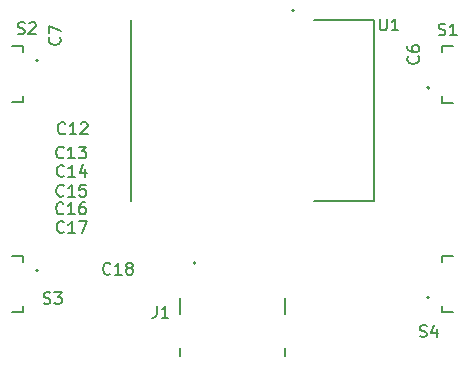
<source format=gto>
%TF.GenerationSoftware,KiCad,Pcbnew,9.0.7*%
%TF.CreationDate,2026-02-16T08:00:12+01:00*%
%TF.ProjectId,misfits,6d697366-6974-4732-9e6b-696361645f70,1*%
%TF.SameCoordinates,Original*%
%TF.FileFunction,Legend,Top*%
%TF.FilePolarity,Positive*%
%FSLAX46Y46*%
G04 Gerber Fmt 4.6, Leading zero omitted, Abs format (unit mm)*
G04 Created by KiCad (PCBNEW 9.0.7) date 2026-02-16 08:00:12*
%MOMM*%
%LPD*%
G01*
G04 APERTURE LIST*
%ADD10C,0.200000*%
%ADD11C,0.127000*%
G04 APERTURE END LIST*
D10*
X165848095Y-107884600D02*
X165990952Y-107932219D01*
X165990952Y-107932219D02*
X166229047Y-107932219D01*
X166229047Y-107932219D02*
X166324285Y-107884600D01*
X166324285Y-107884600D02*
X166371904Y-107836980D01*
X166371904Y-107836980D02*
X166419523Y-107741742D01*
X166419523Y-107741742D02*
X166419523Y-107646504D01*
X166419523Y-107646504D02*
X166371904Y-107551266D01*
X166371904Y-107551266D02*
X166324285Y-107503647D01*
X166324285Y-107503647D02*
X166229047Y-107456028D01*
X166229047Y-107456028D02*
X166038571Y-107408409D01*
X166038571Y-107408409D02*
X165943333Y-107360790D01*
X165943333Y-107360790D02*
X165895714Y-107313171D01*
X165895714Y-107313171D02*
X165848095Y-107217933D01*
X165848095Y-107217933D02*
X165848095Y-107122695D01*
X165848095Y-107122695D02*
X165895714Y-107027457D01*
X165895714Y-107027457D02*
X165943333Y-106979838D01*
X165943333Y-106979838D02*
X166038571Y-106932219D01*
X166038571Y-106932219D02*
X166276666Y-106932219D01*
X166276666Y-106932219D02*
X166419523Y-106979838D01*
X167276666Y-107265552D02*
X167276666Y-107932219D01*
X167038571Y-106884600D02*
X166800476Y-107598885D01*
X166800476Y-107598885D02*
X167419523Y-107598885D01*
X133998095Y-105084600D02*
X134140952Y-105132219D01*
X134140952Y-105132219D02*
X134379047Y-105132219D01*
X134379047Y-105132219D02*
X134474285Y-105084600D01*
X134474285Y-105084600D02*
X134521904Y-105036980D01*
X134521904Y-105036980D02*
X134569523Y-104941742D01*
X134569523Y-104941742D02*
X134569523Y-104846504D01*
X134569523Y-104846504D02*
X134521904Y-104751266D01*
X134521904Y-104751266D02*
X134474285Y-104703647D01*
X134474285Y-104703647D02*
X134379047Y-104656028D01*
X134379047Y-104656028D02*
X134188571Y-104608409D01*
X134188571Y-104608409D02*
X134093333Y-104560790D01*
X134093333Y-104560790D02*
X134045714Y-104513171D01*
X134045714Y-104513171D02*
X133998095Y-104417933D01*
X133998095Y-104417933D02*
X133998095Y-104322695D01*
X133998095Y-104322695D02*
X134045714Y-104227457D01*
X134045714Y-104227457D02*
X134093333Y-104179838D01*
X134093333Y-104179838D02*
X134188571Y-104132219D01*
X134188571Y-104132219D02*
X134426666Y-104132219D01*
X134426666Y-104132219D02*
X134569523Y-104179838D01*
X134902857Y-104132219D02*
X135521904Y-104132219D01*
X135521904Y-104132219D02*
X135188571Y-104513171D01*
X135188571Y-104513171D02*
X135331428Y-104513171D01*
X135331428Y-104513171D02*
X135426666Y-104560790D01*
X135426666Y-104560790D02*
X135474285Y-104608409D01*
X135474285Y-104608409D02*
X135521904Y-104703647D01*
X135521904Y-104703647D02*
X135521904Y-104941742D01*
X135521904Y-104941742D02*
X135474285Y-105036980D01*
X135474285Y-105036980D02*
X135426666Y-105084600D01*
X135426666Y-105084600D02*
X135331428Y-105132219D01*
X135331428Y-105132219D02*
X135045714Y-105132219D01*
X135045714Y-105132219D02*
X134950476Y-105084600D01*
X134950476Y-105084600D02*
X134902857Y-105036980D01*
X135717142Y-94276980D02*
X135669523Y-94324600D01*
X135669523Y-94324600D02*
X135526666Y-94372219D01*
X135526666Y-94372219D02*
X135431428Y-94372219D01*
X135431428Y-94372219D02*
X135288571Y-94324600D01*
X135288571Y-94324600D02*
X135193333Y-94229361D01*
X135193333Y-94229361D02*
X135145714Y-94134123D01*
X135145714Y-94134123D02*
X135098095Y-93943647D01*
X135098095Y-93943647D02*
X135098095Y-93800790D01*
X135098095Y-93800790D02*
X135145714Y-93610314D01*
X135145714Y-93610314D02*
X135193333Y-93515076D01*
X135193333Y-93515076D02*
X135288571Y-93419838D01*
X135288571Y-93419838D02*
X135431428Y-93372219D01*
X135431428Y-93372219D02*
X135526666Y-93372219D01*
X135526666Y-93372219D02*
X135669523Y-93419838D01*
X135669523Y-93419838D02*
X135717142Y-93467457D01*
X136669523Y-94372219D02*
X136098095Y-94372219D01*
X136383809Y-94372219D02*
X136383809Y-93372219D01*
X136383809Y-93372219D02*
X136288571Y-93515076D01*
X136288571Y-93515076D02*
X136193333Y-93610314D01*
X136193333Y-93610314D02*
X136098095Y-93657933D01*
X137526666Y-93705552D02*
X137526666Y-94372219D01*
X137288571Y-93324600D02*
X137050476Y-94038885D01*
X137050476Y-94038885D02*
X137669523Y-94038885D01*
X135707142Y-99036980D02*
X135659523Y-99084600D01*
X135659523Y-99084600D02*
X135516666Y-99132219D01*
X135516666Y-99132219D02*
X135421428Y-99132219D01*
X135421428Y-99132219D02*
X135278571Y-99084600D01*
X135278571Y-99084600D02*
X135183333Y-98989361D01*
X135183333Y-98989361D02*
X135135714Y-98894123D01*
X135135714Y-98894123D02*
X135088095Y-98703647D01*
X135088095Y-98703647D02*
X135088095Y-98560790D01*
X135088095Y-98560790D02*
X135135714Y-98370314D01*
X135135714Y-98370314D02*
X135183333Y-98275076D01*
X135183333Y-98275076D02*
X135278571Y-98179838D01*
X135278571Y-98179838D02*
X135421428Y-98132219D01*
X135421428Y-98132219D02*
X135516666Y-98132219D01*
X135516666Y-98132219D02*
X135659523Y-98179838D01*
X135659523Y-98179838D02*
X135707142Y-98227457D01*
X136659523Y-99132219D02*
X136088095Y-99132219D01*
X136373809Y-99132219D02*
X136373809Y-98132219D01*
X136373809Y-98132219D02*
X136278571Y-98275076D01*
X136278571Y-98275076D02*
X136183333Y-98370314D01*
X136183333Y-98370314D02*
X136088095Y-98417933D01*
X136992857Y-98132219D02*
X137659523Y-98132219D01*
X137659523Y-98132219D02*
X137230952Y-99132219D01*
X162468095Y-80982219D02*
X162468095Y-81791742D01*
X162468095Y-81791742D02*
X162515714Y-81886980D01*
X162515714Y-81886980D02*
X162563333Y-81934600D01*
X162563333Y-81934600D02*
X162658571Y-81982219D01*
X162658571Y-81982219D02*
X162849047Y-81982219D01*
X162849047Y-81982219D02*
X162944285Y-81934600D01*
X162944285Y-81934600D02*
X162991904Y-81886980D01*
X162991904Y-81886980D02*
X163039523Y-81791742D01*
X163039523Y-81791742D02*
X163039523Y-80982219D01*
X164039523Y-81982219D02*
X163468095Y-81982219D01*
X163753809Y-81982219D02*
X163753809Y-80982219D01*
X163753809Y-80982219D02*
X163658571Y-81125076D01*
X163658571Y-81125076D02*
X163563333Y-81220314D01*
X163563333Y-81220314D02*
X163468095Y-81267933D01*
X135697142Y-95956980D02*
X135649523Y-96004600D01*
X135649523Y-96004600D02*
X135506666Y-96052219D01*
X135506666Y-96052219D02*
X135411428Y-96052219D01*
X135411428Y-96052219D02*
X135268571Y-96004600D01*
X135268571Y-96004600D02*
X135173333Y-95909361D01*
X135173333Y-95909361D02*
X135125714Y-95814123D01*
X135125714Y-95814123D02*
X135078095Y-95623647D01*
X135078095Y-95623647D02*
X135078095Y-95480790D01*
X135078095Y-95480790D02*
X135125714Y-95290314D01*
X135125714Y-95290314D02*
X135173333Y-95195076D01*
X135173333Y-95195076D02*
X135268571Y-95099838D01*
X135268571Y-95099838D02*
X135411428Y-95052219D01*
X135411428Y-95052219D02*
X135506666Y-95052219D01*
X135506666Y-95052219D02*
X135649523Y-95099838D01*
X135649523Y-95099838D02*
X135697142Y-95147457D01*
X136649523Y-96052219D02*
X136078095Y-96052219D01*
X136363809Y-96052219D02*
X136363809Y-95052219D01*
X136363809Y-95052219D02*
X136268571Y-95195076D01*
X136268571Y-95195076D02*
X136173333Y-95290314D01*
X136173333Y-95290314D02*
X136078095Y-95337933D01*
X137554285Y-95052219D02*
X137078095Y-95052219D01*
X137078095Y-95052219D02*
X137030476Y-95528409D01*
X137030476Y-95528409D02*
X137078095Y-95480790D01*
X137078095Y-95480790D02*
X137173333Y-95433171D01*
X137173333Y-95433171D02*
X137411428Y-95433171D01*
X137411428Y-95433171D02*
X137506666Y-95480790D01*
X137506666Y-95480790D02*
X137554285Y-95528409D01*
X137554285Y-95528409D02*
X137601904Y-95623647D01*
X137601904Y-95623647D02*
X137601904Y-95861742D01*
X137601904Y-95861742D02*
X137554285Y-95956980D01*
X137554285Y-95956980D02*
X137506666Y-96004600D01*
X137506666Y-96004600D02*
X137411428Y-96052219D01*
X137411428Y-96052219D02*
X137173333Y-96052219D01*
X137173333Y-96052219D02*
X137078095Y-96004600D01*
X137078095Y-96004600D02*
X137030476Y-95956980D01*
X135817142Y-90676980D02*
X135769523Y-90724600D01*
X135769523Y-90724600D02*
X135626666Y-90772219D01*
X135626666Y-90772219D02*
X135531428Y-90772219D01*
X135531428Y-90772219D02*
X135388571Y-90724600D01*
X135388571Y-90724600D02*
X135293333Y-90629361D01*
X135293333Y-90629361D02*
X135245714Y-90534123D01*
X135245714Y-90534123D02*
X135198095Y-90343647D01*
X135198095Y-90343647D02*
X135198095Y-90200790D01*
X135198095Y-90200790D02*
X135245714Y-90010314D01*
X135245714Y-90010314D02*
X135293333Y-89915076D01*
X135293333Y-89915076D02*
X135388571Y-89819838D01*
X135388571Y-89819838D02*
X135531428Y-89772219D01*
X135531428Y-89772219D02*
X135626666Y-89772219D01*
X135626666Y-89772219D02*
X135769523Y-89819838D01*
X135769523Y-89819838D02*
X135817142Y-89867457D01*
X136769523Y-90772219D02*
X136198095Y-90772219D01*
X136483809Y-90772219D02*
X136483809Y-89772219D01*
X136483809Y-89772219D02*
X136388571Y-89915076D01*
X136388571Y-89915076D02*
X136293333Y-90010314D01*
X136293333Y-90010314D02*
X136198095Y-90057933D01*
X137150476Y-89867457D02*
X137198095Y-89819838D01*
X137198095Y-89819838D02*
X137293333Y-89772219D01*
X137293333Y-89772219D02*
X137531428Y-89772219D01*
X137531428Y-89772219D02*
X137626666Y-89819838D01*
X137626666Y-89819838D02*
X137674285Y-89867457D01*
X137674285Y-89867457D02*
X137721904Y-89962695D01*
X137721904Y-89962695D02*
X137721904Y-90057933D01*
X137721904Y-90057933D02*
X137674285Y-90200790D01*
X137674285Y-90200790D02*
X137102857Y-90772219D01*
X137102857Y-90772219D02*
X137721904Y-90772219D01*
X131808095Y-82244600D02*
X131950952Y-82292219D01*
X131950952Y-82292219D02*
X132189047Y-82292219D01*
X132189047Y-82292219D02*
X132284285Y-82244600D01*
X132284285Y-82244600D02*
X132331904Y-82196980D01*
X132331904Y-82196980D02*
X132379523Y-82101742D01*
X132379523Y-82101742D02*
X132379523Y-82006504D01*
X132379523Y-82006504D02*
X132331904Y-81911266D01*
X132331904Y-81911266D02*
X132284285Y-81863647D01*
X132284285Y-81863647D02*
X132189047Y-81816028D01*
X132189047Y-81816028D02*
X131998571Y-81768409D01*
X131998571Y-81768409D02*
X131903333Y-81720790D01*
X131903333Y-81720790D02*
X131855714Y-81673171D01*
X131855714Y-81673171D02*
X131808095Y-81577933D01*
X131808095Y-81577933D02*
X131808095Y-81482695D01*
X131808095Y-81482695D02*
X131855714Y-81387457D01*
X131855714Y-81387457D02*
X131903333Y-81339838D01*
X131903333Y-81339838D02*
X131998571Y-81292219D01*
X131998571Y-81292219D02*
X132236666Y-81292219D01*
X132236666Y-81292219D02*
X132379523Y-81339838D01*
X132760476Y-81387457D02*
X132808095Y-81339838D01*
X132808095Y-81339838D02*
X132903333Y-81292219D01*
X132903333Y-81292219D02*
X133141428Y-81292219D01*
X133141428Y-81292219D02*
X133236666Y-81339838D01*
X133236666Y-81339838D02*
X133284285Y-81387457D01*
X133284285Y-81387457D02*
X133331904Y-81482695D01*
X133331904Y-81482695D02*
X133331904Y-81577933D01*
X133331904Y-81577933D02*
X133284285Y-81720790D01*
X133284285Y-81720790D02*
X132712857Y-82292219D01*
X132712857Y-82292219D02*
X133331904Y-82292219D01*
X135667142Y-97456980D02*
X135619523Y-97504600D01*
X135619523Y-97504600D02*
X135476666Y-97552219D01*
X135476666Y-97552219D02*
X135381428Y-97552219D01*
X135381428Y-97552219D02*
X135238571Y-97504600D01*
X135238571Y-97504600D02*
X135143333Y-97409361D01*
X135143333Y-97409361D02*
X135095714Y-97314123D01*
X135095714Y-97314123D02*
X135048095Y-97123647D01*
X135048095Y-97123647D02*
X135048095Y-96980790D01*
X135048095Y-96980790D02*
X135095714Y-96790314D01*
X135095714Y-96790314D02*
X135143333Y-96695076D01*
X135143333Y-96695076D02*
X135238571Y-96599838D01*
X135238571Y-96599838D02*
X135381428Y-96552219D01*
X135381428Y-96552219D02*
X135476666Y-96552219D01*
X135476666Y-96552219D02*
X135619523Y-96599838D01*
X135619523Y-96599838D02*
X135667142Y-96647457D01*
X136619523Y-97552219D02*
X136048095Y-97552219D01*
X136333809Y-97552219D02*
X136333809Y-96552219D01*
X136333809Y-96552219D02*
X136238571Y-96695076D01*
X136238571Y-96695076D02*
X136143333Y-96790314D01*
X136143333Y-96790314D02*
X136048095Y-96837933D01*
X137476666Y-96552219D02*
X137286190Y-96552219D01*
X137286190Y-96552219D02*
X137190952Y-96599838D01*
X137190952Y-96599838D02*
X137143333Y-96647457D01*
X137143333Y-96647457D02*
X137048095Y-96790314D01*
X137048095Y-96790314D02*
X137000476Y-96980790D01*
X137000476Y-96980790D02*
X137000476Y-97361742D01*
X137000476Y-97361742D02*
X137048095Y-97456980D01*
X137048095Y-97456980D02*
X137095714Y-97504600D01*
X137095714Y-97504600D02*
X137190952Y-97552219D01*
X137190952Y-97552219D02*
X137381428Y-97552219D01*
X137381428Y-97552219D02*
X137476666Y-97504600D01*
X137476666Y-97504600D02*
X137524285Y-97456980D01*
X137524285Y-97456980D02*
X137571904Y-97361742D01*
X137571904Y-97361742D02*
X137571904Y-97123647D01*
X137571904Y-97123647D02*
X137524285Y-97028409D01*
X137524285Y-97028409D02*
X137476666Y-96980790D01*
X137476666Y-96980790D02*
X137381428Y-96933171D01*
X137381428Y-96933171D02*
X137190952Y-96933171D01*
X137190952Y-96933171D02*
X137095714Y-96980790D01*
X137095714Y-96980790D02*
X137048095Y-97028409D01*
X137048095Y-97028409D02*
X137000476Y-97123647D01*
X135346980Y-82566666D02*
X135394600Y-82614285D01*
X135394600Y-82614285D02*
X135442219Y-82757142D01*
X135442219Y-82757142D02*
X135442219Y-82852380D01*
X135442219Y-82852380D02*
X135394600Y-82995237D01*
X135394600Y-82995237D02*
X135299361Y-83090475D01*
X135299361Y-83090475D02*
X135204123Y-83138094D01*
X135204123Y-83138094D02*
X135013647Y-83185713D01*
X135013647Y-83185713D02*
X134870790Y-83185713D01*
X134870790Y-83185713D02*
X134680314Y-83138094D01*
X134680314Y-83138094D02*
X134585076Y-83090475D01*
X134585076Y-83090475D02*
X134489838Y-82995237D01*
X134489838Y-82995237D02*
X134442219Y-82852380D01*
X134442219Y-82852380D02*
X134442219Y-82757142D01*
X134442219Y-82757142D02*
X134489838Y-82614285D01*
X134489838Y-82614285D02*
X134537457Y-82566666D01*
X134442219Y-82233332D02*
X134442219Y-81566666D01*
X134442219Y-81566666D02*
X135442219Y-81995237D01*
X167438095Y-82354600D02*
X167580952Y-82402219D01*
X167580952Y-82402219D02*
X167819047Y-82402219D01*
X167819047Y-82402219D02*
X167914285Y-82354600D01*
X167914285Y-82354600D02*
X167961904Y-82306980D01*
X167961904Y-82306980D02*
X168009523Y-82211742D01*
X168009523Y-82211742D02*
X168009523Y-82116504D01*
X168009523Y-82116504D02*
X167961904Y-82021266D01*
X167961904Y-82021266D02*
X167914285Y-81973647D01*
X167914285Y-81973647D02*
X167819047Y-81926028D01*
X167819047Y-81926028D02*
X167628571Y-81878409D01*
X167628571Y-81878409D02*
X167533333Y-81830790D01*
X167533333Y-81830790D02*
X167485714Y-81783171D01*
X167485714Y-81783171D02*
X167438095Y-81687933D01*
X167438095Y-81687933D02*
X167438095Y-81592695D01*
X167438095Y-81592695D02*
X167485714Y-81497457D01*
X167485714Y-81497457D02*
X167533333Y-81449838D01*
X167533333Y-81449838D02*
X167628571Y-81402219D01*
X167628571Y-81402219D02*
X167866666Y-81402219D01*
X167866666Y-81402219D02*
X168009523Y-81449838D01*
X168961904Y-82402219D02*
X168390476Y-82402219D01*
X168676190Y-82402219D02*
X168676190Y-81402219D01*
X168676190Y-81402219D02*
X168580952Y-81545076D01*
X168580952Y-81545076D02*
X168485714Y-81640314D01*
X168485714Y-81640314D02*
X168390476Y-81687933D01*
X135687142Y-92716980D02*
X135639523Y-92764600D01*
X135639523Y-92764600D02*
X135496666Y-92812219D01*
X135496666Y-92812219D02*
X135401428Y-92812219D01*
X135401428Y-92812219D02*
X135258571Y-92764600D01*
X135258571Y-92764600D02*
X135163333Y-92669361D01*
X135163333Y-92669361D02*
X135115714Y-92574123D01*
X135115714Y-92574123D02*
X135068095Y-92383647D01*
X135068095Y-92383647D02*
X135068095Y-92240790D01*
X135068095Y-92240790D02*
X135115714Y-92050314D01*
X135115714Y-92050314D02*
X135163333Y-91955076D01*
X135163333Y-91955076D02*
X135258571Y-91859838D01*
X135258571Y-91859838D02*
X135401428Y-91812219D01*
X135401428Y-91812219D02*
X135496666Y-91812219D01*
X135496666Y-91812219D02*
X135639523Y-91859838D01*
X135639523Y-91859838D02*
X135687142Y-91907457D01*
X136639523Y-92812219D02*
X136068095Y-92812219D01*
X136353809Y-92812219D02*
X136353809Y-91812219D01*
X136353809Y-91812219D02*
X136258571Y-91955076D01*
X136258571Y-91955076D02*
X136163333Y-92050314D01*
X136163333Y-92050314D02*
X136068095Y-92097933D01*
X136972857Y-91812219D02*
X137591904Y-91812219D01*
X137591904Y-91812219D02*
X137258571Y-92193171D01*
X137258571Y-92193171D02*
X137401428Y-92193171D01*
X137401428Y-92193171D02*
X137496666Y-92240790D01*
X137496666Y-92240790D02*
X137544285Y-92288409D01*
X137544285Y-92288409D02*
X137591904Y-92383647D01*
X137591904Y-92383647D02*
X137591904Y-92621742D01*
X137591904Y-92621742D02*
X137544285Y-92716980D01*
X137544285Y-92716980D02*
X137496666Y-92764600D01*
X137496666Y-92764600D02*
X137401428Y-92812219D01*
X137401428Y-92812219D02*
X137115714Y-92812219D01*
X137115714Y-92812219D02*
X137020476Y-92764600D01*
X137020476Y-92764600D02*
X136972857Y-92716980D01*
X143556666Y-105302219D02*
X143556666Y-106016504D01*
X143556666Y-106016504D02*
X143509047Y-106159361D01*
X143509047Y-106159361D02*
X143413809Y-106254600D01*
X143413809Y-106254600D02*
X143270952Y-106302219D01*
X143270952Y-106302219D02*
X143175714Y-106302219D01*
X144556666Y-106302219D02*
X143985238Y-106302219D01*
X144270952Y-106302219D02*
X144270952Y-105302219D01*
X144270952Y-105302219D02*
X144175714Y-105445076D01*
X144175714Y-105445076D02*
X144080476Y-105540314D01*
X144080476Y-105540314D02*
X143985238Y-105587933D01*
X165686980Y-84176666D02*
X165734600Y-84224285D01*
X165734600Y-84224285D02*
X165782219Y-84367142D01*
X165782219Y-84367142D02*
X165782219Y-84462380D01*
X165782219Y-84462380D02*
X165734600Y-84605237D01*
X165734600Y-84605237D02*
X165639361Y-84700475D01*
X165639361Y-84700475D02*
X165544123Y-84748094D01*
X165544123Y-84748094D02*
X165353647Y-84795713D01*
X165353647Y-84795713D02*
X165210790Y-84795713D01*
X165210790Y-84795713D02*
X165020314Y-84748094D01*
X165020314Y-84748094D02*
X164925076Y-84700475D01*
X164925076Y-84700475D02*
X164829838Y-84605237D01*
X164829838Y-84605237D02*
X164782219Y-84462380D01*
X164782219Y-84462380D02*
X164782219Y-84367142D01*
X164782219Y-84367142D02*
X164829838Y-84224285D01*
X164829838Y-84224285D02*
X164877457Y-84176666D01*
X164782219Y-83319523D02*
X164782219Y-83509999D01*
X164782219Y-83509999D02*
X164829838Y-83605237D01*
X164829838Y-83605237D02*
X164877457Y-83652856D01*
X164877457Y-83652856D02*
X165020314Y-83748094D01*
X165020314Y-83748094D02*
X165210790Y-83795713D01*
X165210790Y-83795713D02*
X165591742Y-83795713D01*
X165591742Y-83795713D02*
X165686980Y-83748094D01*
X165686980Y-83748094D02*
X165734600Y-83700475D01*
X165734600Y-83700475D02*
X165782219Y-83605237D01*
X165782219Y-83605237D02*
X165782219Y-83414761D01*
X165782219Y-83414761D02*
X165734600Y-83319523D01*
X165734600Y-83319523D02*
X165686980Y-83271904D01*
X165686980Y-83271904D02*
X165591742Y-83224285D01*
X165591742Y-83224285D02*
X165353647Y-83224285D01*
X165353647Y-83224285D02*
X165258409Y-83271904D01*
X165258409Y-83271904D02*
X165210790Y-83319523D01*
X165210790Y-83319523D02*
X165163171Y-83414761D01*
X165163171Y-83414761D02*
X165163171Y-83605237D01*
X165163171Y-83605237D02*
X165210790Y-83700475D01*
X165210790Y-83700475D02*
X165258409Y-83748094D01*
X165258409Y-83748094D02*
X165353647Y-83795713D01*
X139647142Y-102566980D02*
X139599523Y-102614600D01*
X139599523Y-102614600D02*
X139456666Y-102662219D01*
X139456666Y-102662219D02*
X139361428Y-102662219D01*
X139361428Y-102662219D02*
X139218571Y-102614600D01*
X139218571Y-102614600D02*
X139123333Y-102519361D01*
X139123333Y-102519361D02*
X139075714Y-102424123D01*
X139075714Y-102424123D02*
X139028095Y-102233647D01*
X139028095Y-102233647D02*
X139028095Y-102090790D01*
X139028095Y-102090790D02*
X139075714Y-101900314D01*
X139075714Y-101900314D02*
X139123333Y-101805076D01*
X139123333Y-101805076D02*
X139218571Y-101709838D01*
X139218571Y-101709838D02*
X139361428Y-101662219D01*
X139361428Y-101662219D02*
X139456666Y-101662219D01*
X139456666Y-101662219D02*
X139599523Y-101709838D01*
X139599523Y-101709838D02*
X139647142Y-101757457D01*
X140599523Y-102662219D02*
X140028095Y-102662219D01*
X140313809Y-102662219D02*
X140313809Y-101662219D01*
X140313809Y-101662219D02*
X140218571Y-101805076D01*
X140218571Y-101805076D02*
X140123333Y-101900314D01*
X140123333Y-101900314D02*
X140028095Y-101947933D01*
X141170952Y-102090790D02*
X141075714Y-102043171D01*
X141075714Y-102043171D02*
X141028095Y-101995552D01*
X141028095Y-101995552D02*
X140980476Y-101900314D01*
X140980476Y-101900314D02*
X140980476Y-101852695D01*
X140980476Y-101852695D02*
X141028095Y-101757457D01*
X141028095Y-101757457D02*
X141075714Y-101709838D01*
X141075714Y-101709838D02*
X141170952Y-101662219D01*
X141170952Y-101662219D02*
X141361428Y-101662219D01*
X141361428Y-101662219D02*
X141456666Y-101709838D01*
X141456666Y-101709838D02*
X141504285Y-101757457D01*
X141504285Y-101757457D02*
X141551904Y-101852695D01*
X141551904Y-101852695D02*
X141551904Y-101900314D01*
X141551904Y-101900314D02*
X141504285Y-101995552D01*
X141504285Y-101995552D02*
X141456666Y-102043171D01*
X141456666Y-102043171D02*
X141361428Y-102090790D01*
X141361428Y-102090790D02*
X141170952Y-102090790D01*
X141170952Y-102090790D02*
X141075714Y-102138409D01*
X141075714Y-102138409D02*
X141028095Y-102186028D01*
X141028095Y-102186028D02*
X140980476Y-102281266D01*
X140980476Y-102281266D02*
X140980476Y-102471742D01*
X140980476Y-102471742D02*
X141028095Y-102566980D01*
X141028095Y-102566980D02*
X141075714Y-102614600D01*
X141075714Y-102614600D02*
X141170952Y-102662219D01*
X141170952Y-102662219D02*
X141361428Y-102662219D01*
X141361428Y-102662219D02*
X141456666Y-102614600D01*
X141456666Y-102614600D02*
X141504285Y-102566980D01*
X141504285Y-102566980D02*
X141551904Y-102471742D01*
X141551904Y-102471742D02*
X141551904Y-102281266D01*
X141551904Y-102281266D02*
X141504285Y-102186028D01*
X141504285Y-102186028D02*
X141456666Y-102138409D01*
X141456666Y-102138409D02*
X141361428Y-102090790D01*
D11*
%TO.C,S4*%
X167740000Y-101590000D02*
X167740000Y-101060000D01*
X167740000Y-105860000D02*
X167740000Y-105330000D01*
X168670000Y-101060000D02*
X167740000Y-101060000D01*
X168670000Y-105860000D02*
X167740000Y-105860000D01*
D10*
X166640000Y-104610000D02*
G75*
G02*
X166440000Y-104610000I-100000J0D01*
G01*
X166440000Y-104610000D02*
G75*
G02*
X166640000Y-104610000I100000J0D01*
G01*
D11*
%TO.C,S3*%
X131310000Y-101040000D02*
X132240000Y-101040000D01*
X131310000Y-105840000D02*
X132240000Y-105840000D01*
X132240000Y-101040000D02*
X132240000Y-101570000D01*
X132240000Y-105310000D02*
X132240000Y-105840000D01*
D10*
X133540000Y-102290000D02*
G75*
G02*
X133340000Y-102290000I-100000J0D01*
G01*
X133340000Y-102290000D02*
G75*
G02*
X133540000Y-102290000I100000J0D01*
G01*
D11*
%TO.C,U1*%
X141425000Y-96460000D02*
X141425000Y-81060000D01*
X156875000Y-81060000D02*
X161925000Y-81060000D01*
X161925000Y-81060000D02*
X161925000Y-96460000D01*
X161925000Y-96460000D02*
X156875000Y-96460000D01*
D10*
X155200000Y-80310000D02*
G75*
G02*
X155000000Y-80310000I-100000J0D01*
G01*
X155000000Y-80310000D02*
G75*
G02*
X155200000Y-80310000I100000J0D01*
G01*
D11*
%TO.C,S2*%
X131320000Y-83270000D02*
X132250000Y-83270000D01*
X131320000Y-88070000D02*
X132250000Y-88070000D01*
X132250000Y-83270000D02*
X132250000Y-83800000D01*
X132250000Y-87540000D02*
X132250000Y-88070000D01*
D10*
X133550000Y-84520000D02*
G75*
G02*
X133350000Y-84520000I-100000J0D01*
G01*
X133350000Y-84520000D02*
G75*
G02*
X133550000Y-84520000I100000J0D01*
G01*
D11*
%TO.C,S1*%
X167750000Y-83830000D02*
X167750000Y-83300000D01*
X167750000Y-88100000D02*
X167750000Y-87570000D01*
X168680000Y-83300000D02*
X167750000Y-83300000D01*
X168680000Y-88100000D02*
X167750000Y-88100000D01*
D10*
X166650000Y-86850000D02*
G75*
G02*
X166450000Y-86850000I-100000J0D01*
G01*
X166450000Y-86850000D02*
G75*
G02*
X166650000Y-86850000I100000J0D01*
G01*
D11*
%TO.C,J1*%
X145510000Y-104655000D02*
X145510000Y-105965000D01*
X145510000Y-109510000D02*
X145510000Y-108855000D01*
X154450000Y-104655000D02*
X154450000Y-105965000D01*
X154450000Y-109510000D02*
X154450000Y-108855000D01*
D10*
X146880000Y-101660000D02*
G75*
G02*
X146680000Y-101660000I-100000J0D01*
G01*
X146680000Y-101660000D02*
G75*
G02*
X146880000Y-101660000I100000J0D01*
G01*
%TD*%
M02*

</source>
